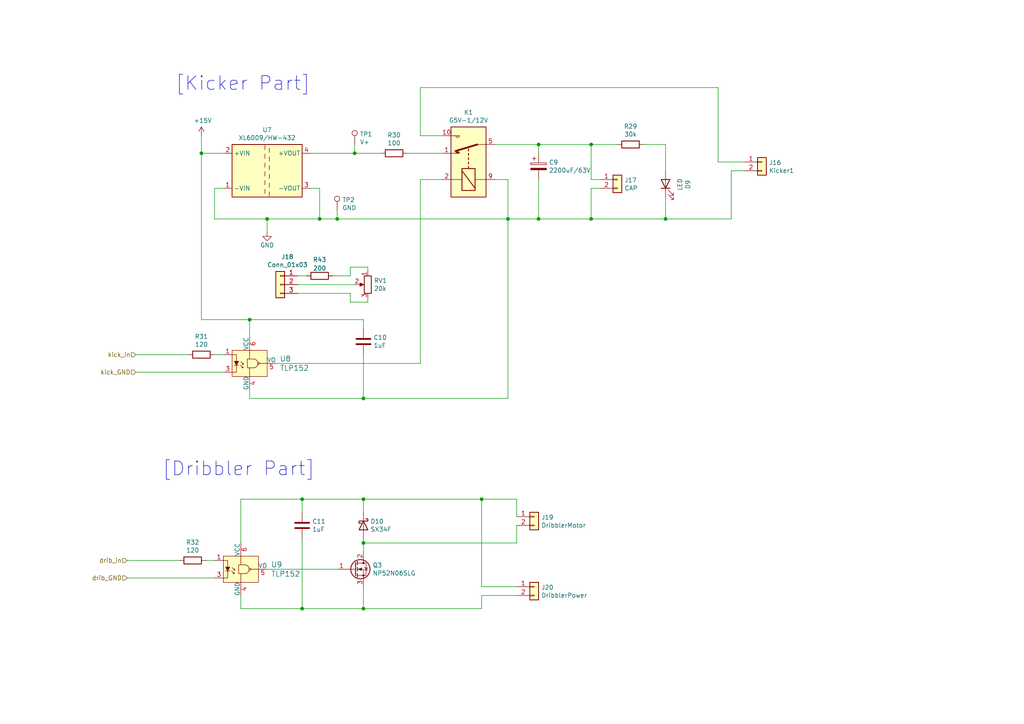
<source format=kicad_sch>
(kicad_sch (version 20211123) (generator eeschema)
  (paper "A4")
  (title_block (title "main board") (date "2022-11-27") (rev "V1.0"))
  (lib_symbols
    (symbol "Akizuki:TLP157" (pin_names (offset 0))
      (property "Reference" "U" (at -7.62 7.62 0))
      (property "Value" "TLP157" (at 2.54 -5.715 0))
      (symbol "TLP157_0_1"
        (rectangle (start -5.08 3.81) (end 5.08 -3.81) (fill (type background)))
        (polyline (pts (xy -4.445 -0.508) (xy -3.175 -0.508)))
        (polyline (pts (xy -1.905 -1.27) (xy -1.905 -0.889)))
        (polyline (pts (xy -1.778 -0.254) (xy -2.159 -0.254)))
        (polyline (pts (xy -0.635 1.27) (xy 1.27 1.27)))
        (polyline (pts (xy 0 -3.81) (xy 0 -1.27)))
        (polyline (pts (xy 0 3.81) (xy 0 1.27)))
        (polyline (pts (xy 2.921 0) (xy 5.08 0)))
        (polyline (pts (xy -5.08 -2.54) (xy -3.81 -2.54) (xy -3.81 -0.254)))
        (polyline (pts (xy -5.08 2.54) (xy -3.81 2.54) (xy -3.81 0.508)))
        (polyline (pts (xy -2.667 -0.508) (xy -1.905 -1.27) (xy -2.286 -1.27)))
        (polyline (pts (xy -2.54 0.508) (xy -1.778 -0.254) (xy -1.778 0.127)))
        (polyline (pts (xy -0.635 1.27) (xy -0.635 -1.27) (xy 1.27 -1.27)))
        (polyline (pts (xy -4.318 0.635) (xy -3.175 0.635) (xy -3.81 -0.508) (xy -4.445 0.635)) (fill (type outline)))
        (arc (start 1.27 -1.27) (mid 2.4193 0) (end 1.27 1.27))
        (circle (center 2.667 0) (radius 0.2794))
      )
      (symbol "TLP157_1_1"
        (pin passive line (at -7.62 2.54 0) (length 2.54) (name "~") (number "1"))
        (pin passive line (at -7.62 -2.54 0) (length 2.54) (name "~") (number "3"))
        (pin power_in line (at 0 -7.62 90) (length 3.81) (name "GND") (number "4"))
        (pin output line (at 7.62 0 180) (length 2.54) (name "VO") (number "5"))
        (pin power_in line (at 0 7.62 270) (length 3.81) (name "VCC") (number "6"))
      )
    )
    (symbol "Connector:TestPoint" (pin_numbers hide) (pin_names (offset 0.762) hide)
      (property "Reference" "TP" (at 0 6.858 0))
      (property "Value" "TestPoint" (at 0 5.08 0))
      (symbol "TestPoint_0_1"
        (circle (center 0 3.302) (radius 0.762))
      )
      (symbol "TestPoint_1_1"
        (pin passive line (at 0 0 90) (length 2.54) (name "1") (number "1"))
      )
    )
    (symbol "Connector_Generic:Conn_01x02" (pin_names (offset 1.016) hide)
      (property "Reference" "J" (at 0 2.54 0))
      (property "Value" "Conn_01x02" (at 0 -5.08 0))
      (symbol "Conn_01x02_1_1"
        (rectangle (start -1.27 -2.413) (end 0 -2.667) (stroke (width 0.1524)))
        (rectangle (start -1.27 0.127) (end 0 -0.127) (stroke (width 0.1524)))
        (rectangle (start -1.27 1.27) (end 1.27 -3.81) (stroke (width 0.254)) (fill (type background)))
        (pin passive line (at -5.08 0 0) (length 3.81) (name "Pin_1") (number "1"))
        (pin passive line (at -5.08 -2.54 0) (length 3.81) (name "Pin_2") (number "2"))
      )
    )
    (symbol "Connector_Generic:Conn_01x03" (pin_names (offset 1.016) hide)
      (property "Reference" "J" (at 0 5.08 0))
      (property "Value" "Conn_01x03" (at 0 -5.08 0))
      (symbol "Conn_01x03_1_1"
        (rectangle (start -1.27 -2.413) (end 0 -2.667) (stroke (width 0.1524)))
        (rectangle (start -1.27 0.127) (end 0 -0.127) (stroke (width 0.1524)))
        (rectangle (start -1.27 2.667) (end 0 2.413) (stroke (width 0.1524)))
        (rectangle (start -1.27 3.81) (end 1.27 -3.81) (stroke (width 0.254)) (fill (type background)))
        (pin passive line (at -5.08 2.54 0) (length 3.81) (name "Pin_1") (number "1"))
        (pin passive line (at -5.08 0 0) (length 3.81) (name "Pin_2") (number "2"))
        (pin passive line (at -5.08 -2.54 0) (length 3.81) (name "Pin_3") (number "3"))
      )
    )
    (symbol "Device:C" (pin_numbers hide) (pin_names (offset 0.254))
      (property "Reference" "C" (at 0.635 2.54 0))
      (property "Value" "C" (at 0.635 -2.54 0))
      (symbol "C_0_1"
        (polyline (pts (xy -2.032 -0.762) (xy 2.032 -0.762)) (stroke (width 0.508)))
        (polyline (pts (xy -2.032 0.762) (xy 2.032 0.762)) (stroke (width 0.508)))
      )
      (symbol "C_1_1"
        (pin passive line (at 0 3.81 270) (length 2.794) (name "~") (number "1"))
        (pin passive line (at 0 -3.81 90) (length 2.794) (name "~") (number "2"))
      )
    )
    (symbol "Device:C_Polarized" (pin_numbers hide) (pin_names (offset 0.254))
      (property "Reference" "C" (at 0.635 2.54 0))
      (property "Value" "C_Polarized" (at 0.635 -2.54 0))
      (symbol "C_Polarized_0_1"
        (rectangle (start -2.286 0.508) (end 2.286 1.016))
        (polyline (pts (xy -1.778 2.286) (xy -0.762 2.286)))
        (polyline (pts (xy -1.27 2.794) (xy -1.27 1.778)))
        (rectangle (start 2.286 -0.508) (end -2.286 -1.016) (fill (type outline)))
      )
      (symbol "C_Polarized_1_1"
        (pin passive line (at 0 3.81 270) (length 2.794) (name "~") (number "1"))
        (pin passive line (at 0 -3.81 90) (length 2.794) (name "~") (number "2"))
      )
    )
    (symbol "Device:D_Schottky" (pin_numbers hide) (pin_names (offset 1.016) hide)
      (property "Reference" "D" (at 0 2.54 0))
      (property "Value" "D_Schottky" (at 0 -2.54 0))
      (symbol "D_Schottky_0_1"
        (polyline (pts (xy 1.27 0) (xy -1.27 0)))
        (polyline (pts (xy 1.27 1.27) (xy 1.27 -1.27) (xy -1.27 0) (xy 1.27 1.27)) (stroke (width 0.254)))
        (polyline (pts (xy -1.905 0.635) (xy -1.905 1.27) (xy -1.27 1.27) (xy -1.27 -1.27) (xy -0.635 -1.27) (xy -0.635 -0.635)) (stroke (width 0.254)))
      )
      (symbol "D_Schottky_1_1"
        (pin passive line (at -3.81 0 0) (length 2.54) (name "K") (number "1"))
        (pin passive line (at 3.81 0 180) (length 2.54) (name "A") (number "2"))
      )
    )
    (symbol "Device:LED" (pin_numbers hide) (pin_names (offset 1.016) hide)
      (property "Reference" "D" (at 0 2.54 0))
      (property "Value" "LED" (at 0 -2.54 0))
      (symbol "LED_0_1"
        (polyline (pts (xy -1.27 -1.27) (xy -1.27 1.27)) (stroke (width 0.254)))
        (polyline (pts (xy -1.27 0) (xy 1.27 0)))
        (polyline (pts (xy 1.27 -1.27) (xy 1.27 1.27) (xy -1.27 0) (xy 1.27 -1.27)) (stroke (width 0.254)))
        (polyline (pts (xy -3.048 -0.762) (xy -4.572 -2.286) (xy -3.81 -2.286) (xy -4.572 -2.286) (xy -4.572 -1.524)))
        (polyline (pts (xy -1.778 -0.762) (xy -3.302 -2.286) (xy -2.54 -2.286) (xy -3.302 -2.286) (xy -3.302 -1.524)))
      )
      (symbol "LED_1_1"
        (pin passive line (at -3.81 0 0) (length 2.54) (name "K") (number "1"))
        (pin passive line (at 3.81 0 180) (length 2.54) (name "A") (number "2"))
      )
    )
    (symbol "Device:Q_NMOS_GDS" (pin_names (offset 0) hide)
      (property "Reference" "Q" (at 5.08 1.27 0))
      (property "Value" "Q_NMOS_GDS" (at 5.08 -1.27 0))
      (symbol "Q_NMOS_GDS_0_1"
        (polyline (pts (xy 0.254 0) (xy -2.54 0)))
        (polyline (pts (xy 0.254 1.905) (xy 0.254 -1.905)) (stroke (width 0.254)))
        (polyline (pts (xy 0.762 -1.27) (xy 0.762 -2.286)) (stroke (width 0.254)))
        (polyline (pts (xy 0.762 0.508) (xy 0.762 -0.508)) (stroke (width 0.254)))
        (polyline (pts (xy 0.762 2.286) (xy 0.762 1.27)) (stroke (width 0.254)))
        (polyline (pts (xy 2.54 2.54) (xy 2.54 1.778)))
        (polyline (pts (xy 2.54 -2.54) (xy 2.54 0) (xy 0.762 0)))
        (polyline (pts (xy 0.762 -1.778) (xy 3.302 -1.778) (xy 3.302 1.778) (xy 0.762 1.778)))
        (polyline (pts (xy 1.016 0) (xy 2.032 0.381) (xy 2.032 -0.381) (xy 1.016 0)) (fill (type outline)))
        (polyline (pts (xy 2.794 0.508) (xy 2.921 0.381) (xy 3.683 0.381) (xy 3.81 0.254)))
        (polyline (pts (xy 3.302 0.381) (xy 2.921 -0.254) (xy 3.683 -0.254) (xy 3.302 0.381)))
        (circle (center 1.651 0) (radius 2.794) (stroke (width 0.254)))
        (circle (center 2.54 -1.778) (radius 0.254) (fill (type outline)))
        (circle (center 2.54 1.778) (radius 0.254) (fill (type outline)))
      )
      (symbol "Q_NMOS_GDS_1_1"
        (pin input line (at -5.08 0 0) (length 2.54) (name "G") (number "1"))
        (pin passive line (at 2.54 5.08 270) (length 2.54) (name "D") (number "2"))
        (pin passive line (at 2.54 -5.08 90) (length 2.54) (name "S") (number "3"))
      )
    )
    (symbol "Device:R" (pin_numbers hide) (pin_names (offset 0))
      (property "Reference" "R" (at 2.032 0 90))
      (property "Value" "R" (at 0 0 90))
      (symbol "R_0_1"
        (rectangle (start -1.016 -2.54) (end 1.016 2.54) (stroke (width 0.254)))
      )
      (symbol "R_1_1"
        (pin passive line (at 0 3.81 270) (length 1.27) (name "~") (number "1"))
        (pin passive line (at 0 -3.81 90) (length 1.27) (name "~") (number "2"))
      )
    )
    (symbol "Device:R_Potentiometer" (pin_names (offset 1.016) hide)
      (property "Reference" "RV" (at -4.445 0 90))
      (property "Value" "R_Potentiometer" (at -2.54 0 90))
      (symbol "R_Potentiometer_0_1"
        (polyline (pts (xy 2.54 0) (xy 1.524 0)))
        (polyline (pts (xy 1.143 0) (xy 2.286 0.508) (xy 2.286 -0.508) (xy 1.143 0)) (fill (type outline)))
        (rectangle (start 1.016 2.54) (end -1.016 -2.54) (stroke (width 0.254)))
      )
      (symbol "R_Potentiometer_1_1"
        (pin passive line (at 0 3.81 270) (length 1.27) (name "1") (number "1"))
        (pin passive line (at 3.81 0 180) (length 1.27) (name "2") (number "2"))
        (pin passive line (at 0 -3.81 90) (length 1.27) (name "3") (number "3"))
      )
    )
    (symbol "Regulator_Switching:CRE1S0305S3C"
      (property "Reference" "U" (at -8.89 8.89 0))
      (property "Value" "CRE1S0305S3C" (at 2.54 8.89 0))
      (symbol "CRE1S0305S3C_0_1"
        (rectangle (start -10.16 7.62) (end 10.16 -7.62) (stroke (width 0.254)) (fill (type background)))
        (polyline (pts (xy -0.635 -5.334) (xy -0.635 -6.604)))
        (polyline (pts (xy -0.635 -2.794) (xy -0.635 -4.064)))
        (polyline (pts (xy -0.635 -0.254) (xy -0.635 -1.524)))
        (polyline (pts (xy -0.635 2.286) (xy -0.635 1.016)))
        (polyline (pts (xy -0.635 4.826) (xy -0.635 3.556)))
        (polyline (pts (xy -0.635 7.366) (xy -0.635 6.096)))
        (polyline (pts (xy 0.635 -7.366) (xy 0.635 -6.096)))
        (polyline (pts (xy 0.635 -4.826) (xy 0.635 -3.556)))
        (polyline (pts (xy 0.635 -2.286) (xy 0.635 -1.016)))
        (polyline (pts (xy 0.635 0.254) (xy 0.635 1.524)))
        (polyline (pts (xy 0.635 2.794) (xy 0.635 4.064)))
        (polyline (pts (xy 0.635 5.334) (xy 0.635 6.604)))
      )
      (symbol "CRE1S0305S3C_1_1"
        (pin power_in line (at -12.7 -5.08 0) (length 2.54) (name "-VIN") (number "1"))
        (pin power_in line (at -12.7 5.08 0) (length 2.54) (name "+VIN") (number "2"))
        (pin power_out line (at 12.7 -5.08 180) (length 2.54) (name "-VOUT") (number "3"))
        (pin power_out line (at 12.7 5.08 180) (length 2.54) (name "+VOUT") (number "4"))
      )
    )
    (symbol "Relay:G5V-1"
      (property "Reference" "K" (at 11.43 3.81 0))
      (property "Value" "G5V-1" (at 11.43 1.27 0))
      (symbol "G5V-1_0_0"
        (polyline (pts (xy 7.62 5.08) (xy 7.62 2.54) (xy 6.985 3.175) (xy 7.62 3.81)))
      )
      (symbol "G5V-1_0_1"
        (rectangle (start -10.16 5.08) (end 10.16 -5.08) (stroke (width 0.254)) (fill (type background)))
        (rectangle (start -8.255 1.905) (end -1.905 -1.905) (stroke (width 0.254)))
        (polyline (pts (xy -7.62 -1.905) (xy -2.54 1.905)) (stroke (width 0.254)))
        (polyline (pts (xy -5.08 -5.08) (xy -5.08 -1.905)))
        (polyline (pts (xy -5.08 5.08) (xy -5.08 1.905)))
        (polyline (pts (xy -1.905 0) (xy -1.27 0)) (stroke (width 0.254)))
        (polyline (pts (xy -0.635 0) (xy 0 0)) (stroke (width 0.254)))
        (polyline (pts (xy 0.635 0) (xy 1.27 0)) (stroke (width 0.254)))
        (polyline (pts (xy 1.905 0) (xy 2.54 0)) (stroke (width 0.254)))
        (polyline (pts (xy 3.175 0) (xy 3.81 0)) (stroke (width 0.254)))
        (polyline (pts (xy 5.08 -2.54) (xy 3.175 3.81)) (stroke (width 0.508)))
        (polyline (pts (xy 5.08 -2.54) (xy 5.08 -5.08)))
        (polyline (pts (xy 2.54 5.08) (xy 2.54 2.54) (xy 3.175 3.175) (xy 2.54 3.81)) (fill (type outline)))
      )
      (symbol "G5V-1_1_1"
        (pin passive line (at 2.54 7.62 270) (length 2.54) (name "~") (number "1"))
        (pin passive line (at 7.62 7.62 270) (length 2.54) (name "~") (number "10"))
        (pin passive line (at -5.08 7.62 270) (length 2.54) (name "~") (number "2"))
        (pin passive line (at 5.08 -7.62 90) (length 2.54) (name "~") (number "5"))
        (pin passive line (at 5.08 -7.62 90) (length 2.54) hide (name "~") (number "6"))
        (pin passive line (at -5.08 -7.62 90) (length 2.54) (name "~") (number "9"))
      )
    )
    (symbol "power:+15V" (power) (pin_names (offset 0))
      (property "Value" "+15V" (at 0 3.556 0))
      (symbol "+15V_0_1"
        (polyline (pts (xy -0.762 1.27) (xy 0 2.54)))
        (polyline (pts (xy 0 0) (xy 0 2.54)))
        (polyline (pts (xy 0 2.54) (xy 0.762 1.27)))
      )
      (symbol "+15V_1_1"
        (pin power_in line (at 0 0 90) (length 0) hide (name "+15V") (number "1"))
      )
    )
    (symbol "power:GND" (power) (pin_names (offset 0))
      (property "Value" "GND" (at 0 -3.81 0))
      (symbol "GND_0_1"
        (polyline (pts (xy 0 0) (xy 0 -1.27) (xy 1.27 -1.27) (xy 0 -2.54) (xy -1.27 -1.27) (xy 0 -1.27)))
      )
      (symbol "GND_1_1"
        (pin power_in line (at 0 0 270) (length 0) hide (name "GND") (number "1"))
      )
    )
  )
  (junction (at 87.63 144.78))
  (junction (at 156.21 41.91))
  (junction (at 58.42 44.45))
  (junction (at 147.32 63.5))
  (junction (at 105.41 157.48))
  (junction (at 97.79 63.5))
  (junction (at 171.45 41.91))
  (junction (at 87.63 176.53))
  (junction (at 156.21 63.5))
  (junction (at 171.45 63.5))
  (junction (at 139.7 144.78))
  (junction (at 105.41 144.78))
  (junction (at 193.04 63.5))
  (junction (at 92.71 63.5))
  (junction (at 102.87 44.45))
  (junction (at 105.41 176.53))
  (junction (at 105.41 115.57))
  (junction (at 72.39 92.71))
  (junction (at 77.47 63.5))
  (wire (pts (xy 193.04 41.91) (xy 193.04 49.53)))
  (wire (pts (xy 147.32 63.5) (xy 156.21 63.5)))
  (wire (pts (xy 215.9 49.53) (xy 212.09 49.53)))
  (wire (pts (xy 36.83 162.56) (xy 52.07 162.56)))
  (wire (pts (xy 92.71 63.5) (xy 92.71 54.61)))
  (wire (pts (xy 86.36 80.01) (xy 88.9 80.01)))
  (wire (pts (xy 72.39 115.57) (xy 105.41 115.57)))
  (wire (pts (xy 171.45 63.5) (xy 193.04 63.5)))
  (wire (pts (xy 105.41 144.78) (xy 139.7 144.78)))
  (wire (pts (xy 62.23 102.87) (xy 64.77 102.87)))
  (wire (pts (xy 101.6 77.47) (xy 106.68 77.47)))
  (wire (pts (xy 77.47 165.1) (xy 97.79 165.1)))
  (wire (pts (xy 69.85 172.72) (xy 69.85 176.53)))
  (wire (pts (xy 72.39 92.71) (xy 105.41 92.71)))
  (wire (pts (xy 86.36 85.09) (xy 101.6 85.09)))
  (wire (pts (xy 87.63 156.21) (xy 87.63 176.53)))
  (wire (pts (xy 72.39 113.03) (xy 72.39 115.57)))
  (wire (pts (xy 96.52 80.01) (xy 101.6 80.01)))
  (wire (pts (xy 102.87 41.91) (xy 102.87 44.45)))
  (wire (pts (xy 105.41 148.59) (xy 105.41 144.78)))
  (wire (pts (xy 105.41 160.02) (xy 105.41 157.48)))
  (wire (pts (xy 90.17 44.45) (xy 102.87 44.45)))
  (wire (pts (xy 39.37 107.95) (xy 64.77 107.95)))
  (wire (pts (xy 121.92 39.37) (xy 121.92 25.4)))
  (wire (pts (xy 62.23 54.61) (xy 62.23 63.5)))
  (wire (pts (xy 139.7 176.53) (xy 105.41 176.53)))
  (wire (pts (xy 121.92 52.07) (xy 121.92 105.41)))
  (wire (pts (xy 171.45 54.61) (xy 171.45 63.5)))
  (wire (pts (xy 156.21 63.5) (xy 171.45 63.5)))
  (wire (pts (xy 101.6 80.01) (xy 101.6 77.47)))
  (wire (pts (xy 105.41 157.48) (xy 105.41 156.21)))
  (wire (pts (xy 102.87 44.45) (xy 110.49 44.45)))
  (wire (pts (xy 171.45 41.91) (xy 171.45 52.07)))
  (wire (pts (xy 171.45 52.07) (xy 173.99 52.07)))
  (wire (pts (xy 64.77 54.61) (xy 62.23 54.61)))
  (wire (pts (xy 186.69 41.91) (xy 193.04 41.91)))
  (wire (pts (xy 149.86 144.78) (xy 149.86 149.86)))
  (wire (pts (xy 59.69 162.56) (xy 62.23 162.56)))
  (wire (pts (xy 69.85 157.48) (xy 69.85 144.78)))
  (wire (pts (xy 77.47 63.5) (xy 77.47 67.31)))
  (wire (pts (xy 105.41 92.71) (xy 105.41 95.25)))
  (wire (pts (xy 101.6 85.09) (xy 101.6 87.63)))
  (wire (pts (xy 87.63 144.78) (xy 105.41 144.78)))
  (wire (pts (xy 156.21 41.91) (xy 156.21 44.45)))
  (wire (pts (xy 128.27 39.37) (xy 121.92 39.37)))
  (wire (pts (xy 97.79 63.5) (xy 147.32 63.5)))
  (wire (pts (xy 139.7 170.18) (xy 139.7 144.78)))
  (wire (pts (xy 121.92 52.07) (xy 128.27 52.07)))
  (wire (pts (xy 69.85 176.53) (xy 87.63 176.53)))
  (wire (pts (xy 208.28 25.4) (xy 208.28 46.99)))
  (wire (pts (xy 193.04 63.5) (xy 212.09 63.5)))
  (wire (pts (xy 58.42 44.45) (xy 58.42 92.71)))
  (wire (pts (xy 58.42 92.71) (xy 72.39 92.71)))
  (wire (pts (xy 106.68 87.63) (xy 106.68 86.36)))
  (wire (pts (xy 147.32 63.5) (xy 147.32 52.07)))
  (wire (pts (xy 147.32 63.5) (xy 147.32 115.57)))
  (wire (pts (xy 149.86 152.4) (xy 149.86 157.48)))
  (wire (pts (xy 92.71 54.61) (xy 90.17 54.61)))
  (wire (pts (xy 106.68 77.47) (xy 106.68 78.74)))
  (wire (pts (xy 36.83 167.64) (xy 62.23 167.64)))
  (wire (pts (xy 105.41 102.87) (xy 105.41 115.57)))
  (wire (pts (xy 101.6 87.63) (xy 106.68 87.63)))
  (wire (pts (xy 212.09 49.53) (xy 212.09 63.5)))
  (wire (pts (xy 193.04 57.15) (xy 193.04 63.5)))
  (wire (pts (xy 58.42 44.45) (xy 64.77 44.45)))
  (wire (pts (xy 149.86 172.72) (xy 139.7 172.72)))
  (wire (pts (xy 156.21 41.91) (xy 171.45 41.91)))
  (wire (pts (xy 173.99 54.61) (xy 171.45 54.61)))
  (wire (pts (xy 86.36 82.55) (xy 102.87 82.55)))
  (wire (pts (xy 77.47 63.5) (xy 92.71 63.5)))
  (wire (pts (xy 171.45 41.91) (xy 179.07 41.91)))
  (wire (pts (xy 87.63 144.78) (xy 87.63 148.59)))
  (wire (pts (xy 69.85 144.78) (xy 87.63 144.78)))
  (wire (pts (xy 139.7 172.72) (xy 139.7 176.53)))
  (wire (pts (xy 62.23 63.5) (xy 77.47 63.5)))
  (wire (pts (xy 149.86 170.18) (xy 139.7 170.18)))
  (wire (pts (xy 105.41 176.53) (xy 105.41 170.18)))
  (wire (pts (xy 143.51 41.91) (xy 156.21 41.91)))
  (wire (pts (xy 97.79 60.96) (xy 97.79 63.5)))
  (wire (pts (xy 147.32 52.07) (xy 143.51 52.07)))
  (wire (pts (xy 105.41 157.48) (xy 149.86 157.48)))
  (wire (pts (xy 39.37 102.87) (xy 54.61 102.87)))
  (wire (pts (xy 139.7 144.78) (xy 149.86 144.78)))
  (wire (pts (xy 208.28 46.99) (xy 215.9 46.99)))
  (wire (pts (xy 92.71 63.5) (xy 97.79 63.5)))
  (wire (pts (xy 121.92 25.4) (xy 208.28 25.4)))
  (wire (pts (xy 118.11 44.45) (xy 128.27 44.45)))
  (wire (pts (xy 80.01 105.41) (xy 121.92 105.41)))
  (wire (pts (xy 72.39 92.71) (xy 72.39 97.79)))
  (wire (pts (xy 58.42 39.37) (xy 58.42 44.45)))
  (wire (pts (xy 87.63 176.53) (xy 105.41 176.53)))
  (wire (pts (xy 156.21 52.07) (xy 156.21 63.5)))
  (wire (pts (xy 105.41 115.57) (xy 147.32 115.57)))
  (text "[Dribbler Part]" (at 46.99 138.43 0) (effects (font (size 3.9878 3.9878)) (justify left bottom)))
  (text "[Kicker Part]" (at 50.8 26.67 0) (effects (font (size 3.9878 3.9878)) (justify left bottom)))
  (hierarchical_label "drib_GND" (shape input) (at 36.83 167.64 180))
  (hierarchical_label "kick_GND" (shape input) (at 39.37 107.95 180))
  (hierarchical_label "kick_in" (shape input) (at 39.37 102.87 180))
  (hierarchical_label "drib_in" (shape input) (at 36.83 162.56 180))
  (symbol (lib_id "Akizuki:TLP157") (at 72.39 105.41 0) (unit 1)
    (property "Reference" "U8" (at 81.1276 104.0638 0) (effects (font (size 1.524 1.524)) (justify left)))
    (property "Value" "TLP152" (at 81.1276 106.7562 0) (effects (font (size 1.524 1.524)) (justify left)))
    (property "Footprint" "0.main.robot:TLP152" (effects hide))
  )
  (symbol (lib_id "Device:R") (at 58.42 102.87 270) (unit 1)
    (property "Reference" "R31" (at 58.42 97.6122 90))
    (property "Value" "120" (at 58.42 99.9236 90))
    (property "Footprint" "Resistor_SMD:R_0603_1608Metric_Pad0.98x0.95mm_HandSolder" (effects hide))
  )
  (symbol (lib_id "Device:R") (at 114.3 44.45 270) (unit 1)
    (property "Reference" "R30" (at 114.3 39.1922 90))
    (property "Value" "100" (at 114.3 41.5036 90))
    (property "Footprint" "Resistor_THT:R_Axial_DIN0411_L9.9mm_D3.6mm_P20.32mm_Horizontal" (effects hide))
  )
  (symbol (lib_id "Relay:G5V-1") (at 135.89 46.99 90) (unit 1)
    (property "Reference" "K1" (at 135.89 32.5882 90))
    (property "Value" "G5V-1/12V" (at 135.89 34.8996 90))
    (property "Footprint" "Relay_THT:Relay_SPDT_Omron_G5V-1" (effects hide))
    (property "Datasheet" "http://omronfs.omron.com/en_US/ecb/products/pdf/en-g5v_1.pdf" (effects hide))
  )
  (symbol (lib_id "Device:C_Polarized") (at 156.21 48.26 0) (unit 1)
    (property "Reference" "C9" (at 159.2072 47.0916 0) (effects (justify left)))
    (property "Value" "2200uF/63V" (at 159.2072 49.403 0) (effects (justify left)))
    (property "Footprint" "Capacitor_THT:CP_Radial_D16.0mm_P7.50mm" (effects hide))
  )
  (symbol (lib_id "power:GND") (at 77.47 67.31 0) (unit 1)
    (property "Reference" "#PWR039" (effects hide))
    (property "Value" "GND" (at 77.47 71.12 0))
  )
  (symbol (lib_id "Connector:TestPoint") (at 102.87 41.91 0) (unit 1)
    (property "Reference" "TP1" (at 104.3432 38.9128 0) (effects (justify left)))
    (property "Value" "V+" (at 104.3432 41.2242 0) (effects (justify left)))
    (property "Footprint" "TestPoint:TestPoint_Loop_D2.60mm_Drill0.9mm_Beaded" (effects hide))
  )
  (symbol (lib_id "Connector_Generic:Conn_01x03") (at 81.28 82.55 0) (mirror y) (unit 1)
    (property "Reference" "J18" (at 83.3628 74.4982 0))
    (property "Value" "Conn_01x03" (at 83.3628 76.8096 0))
    (property "Footprint" "Connector_PinHeader_2.54mm:PinHeader_1x03_P2.54mm_Vertical" (effects hide))
  )
  (symbol (lib_id "Connector:TestPoint") (at 97.79 60.96 0) (unit 1)
    (property "Reference" "TP2" (at 99.2632 57.9628 0) (effects (justify left)))
    (property "Value" "GND" (at 99.2632 60.2742 0) (effects (justify left)))
    (property "Footprint" "TestPoint:TestPoint_Loop_D2.60mm_Drill0.9mm_Beaded" (effects hide))
  )
  (symbol (lib_id "Device:R_Potentiometer") (at 106.68 82.55 0) (mirror y) (unit 1)
    (property "Reference" "RV1" (at 108.458 81.3816 0) (effects (justify right)))
    (property "Value" "20k" (at 108.458 83.693 0) (effects (justify right)))
    (property "Footprint" "0.main.robot:Trim-GF063X" (effects hide))
  )
  (symbol (lib_id "Connector_Generic:Conn_01x02") (at 220.98 46.99 0) (unit 1)
    (property "Reference" "J16" (at 223.012 47.1932 0) (effects (justify left)))
    (property "Value" "Kicker1" (at 223.012 49.5046 0) (effects (justify left)))
    (property "Footprint" "Connector_JST:JST_XH_B2B-XH-A_1x02_P2.50mm_Vertical" (effects hide))
  )
  (symbol (lib_id "Device:R") (at 182.88 41.91 90) (unit 1)
    (property "Reference" "R29" (at 182.88 36.6522 90))
    (property "Value" "30k" (at 182.88 38.9636 90))
    (property "Footprint" "Resistor_THT:R_Axial_DIN0204_L3.6mm_D1.6mm_P5.08mm_Horizontal" (effects hide))
  )
  (symbol (lib_id "Device:C") (at 105.41 99.06 0) (unit 1)
    (property "Reference" "C10" (at 108.331 97.8916 0) (effects (justify left)))
    (property "Value" "1uF" (at 108.331 100.203 0) (effects (justify left)))
    (property "Footprint" "Capacitor_SMD:C_0603_1608Metric_Pad1.08x0.95mm_HandSolder" (effects hide))
  )
  (symbol (lib_id "power:+15V") (at 58.42 39.37 0) (unit 1)
    (property "Reference" "#PWR038" (effects hide))
    (property "Value" "+15V" (at 58.801 34.9758 0))
  )
  (symbol (lib_id "Regulator_Switching:CRE1S0305S3C") (at 77.47 49.53 0) (unit 1)
    (property "Reference" "U7" (at 77.47 37.6682 0))
    (property "Value" "XL6009/HW-432" (at 77.47 39.9796 0))
    (property "Footprint" "0.main.robot:XL6009_HW432" (effects hide))
    (property "Datasheet" "http://power.murata.com/datasheet?/data/power/ncl/kdc_cre1.pdf" (effects hide))
  )
  (symbol (lib_id "Device:D_Schottky") (at 105.41 152.4 270) (unit 1)
    (property "Reference" "D10" (at 107.4166 151.2316 90) (effects (justify left)))
    (property "Value" "SX34F" (at 107.4166 153.543 90) (effects (justify left)))
    (property "Footprint" "Diode_SMD:D_SMA" (effects hide))
  )
  (symbol (lib_id "Connector_Generic:Conn_01x02") (at 154.94 149.86 0) (unit 1)
    (property "Reference" "J19" (at 156.972 150.0632 0) (effects (justify left)))
    (property "Value" "DribblerMotor" (at 156.972 152.3746 0) (effects (justify left)))
    (property "Footprint" "Connector_JST:JST_XH_B2B-XH-A_1x02_P2.50mm_Vertical" (effects hide))
  )
  (symbol (lib_id "Device:R") (at 55.88 162.56 270) (unit 1)
    (property "Reference" "R32" (at 55.88 157.3022 90))
    (property "Value" "120" (at 55.88 159.6136 90))
    (property "Footprint" "Resistor_SMD:R_0603_1608Metric_Pad0.98x0.95mm_HandSolder" (effects hide))
  )
  (symbol (lib_id "Device:C") (at 87.63 152.4 0) (unit 1)
    (property "Reference" "C11" (at 90.551 151.2316 0) (effects (justify left)))
    (property "Value" "1uF" (at 90.551 153.543 0) (effects (justify left)))
    (property "Footprint" "Capacitor_SMD:C_0603_1608Metric_Pad1.08x0.95mm_HandSolder" (effects hide))
  )
  (symbol (lib_id "Akizuki:TLP157") (at 69.85 165.1 0) (unit 1)
    (property "Reference" "U9" (at 78.5876 163.7538 0) (effects (font (size 1.524 1.524)) (justify left)))
    (property "Value" "TLP152" (at 78.5876 166.4462 0) (effects (font (size 1.524 1.524)) (justify left)))
    (property "Footprint" "0.main.robot:TLP152" (effects hide))
  )
  (symbol (lib_id "Connector_Generic:Conn_01x02") (at 154.94 170.18 0) (unit 1)
    (property "Reference" "J20" (at 156.972 170.3832 0) (effects (justify left)))
    (property "Value" "DribblerPower" (at 156.972 172.6946 0) (effects (justify left)))
    (property "Footprint" "Connector_JST:JST_XH_B2B-XH-A_1x02_P2.50mm_Vertical" (effects hide))
  )
  (symbol (lib_id "Device:Q_NMOS_GDS") (at 102.87 165.1 0) (unit 1)
    (property "Reference" "Q3" (at 108.077 163.9316 0) (effects (justify left)))
    (property "Value" "NP52N06SLG" (at 108.077 166.243 0) (effects (justify left)))
    (property "Footprint" "Package_TO_SOT_SMD:TO-252-2" (effects hide))
  )
  (symbol (lib_id "Connector_Generic:Conn_01x02") (at 179.07 52.07 0) (unit 1)
    (property "Reference" "J17" (at 181.102 52.2732 0) (effects (justify left)))
    (property "Value" "CAP" (at 181.102 54.5846 0) (effects (justify left)))
    (property "Footprint" "Connector_JST:JST_XH_B2B-XH-A_1x02_P2.50mm_Vertical" (effects hide))
  )
  (symbol (lib_id "Device:LED") (at 193.04 53.34 90) (unit 1)
    (property "Reference" "D9" (at 199.517 53.5178 0))
    (property "Value" "LED" (at 197.2056 53.5178 0))
    (property "Footprint" "LED_SMD:LED_0603_1608Metric_Pad1.05x0.95mm_HandSolder" (effects hide))
  )
  (symbol (lib_id "Device:R") (at 92.71 80.01 90) (unit 1)
    (property "Reference" "R43" (at 92.71 75.2942 90))
    (property "Value" "200" (at 92.71 77.8311 90))
    (property "Footprint" "Resistor_THT:R_Axial_DIN0204_L3.6mm_D1.6mm_P5.08mm_Horizontal" (effects hide))
  )
)
</source>
